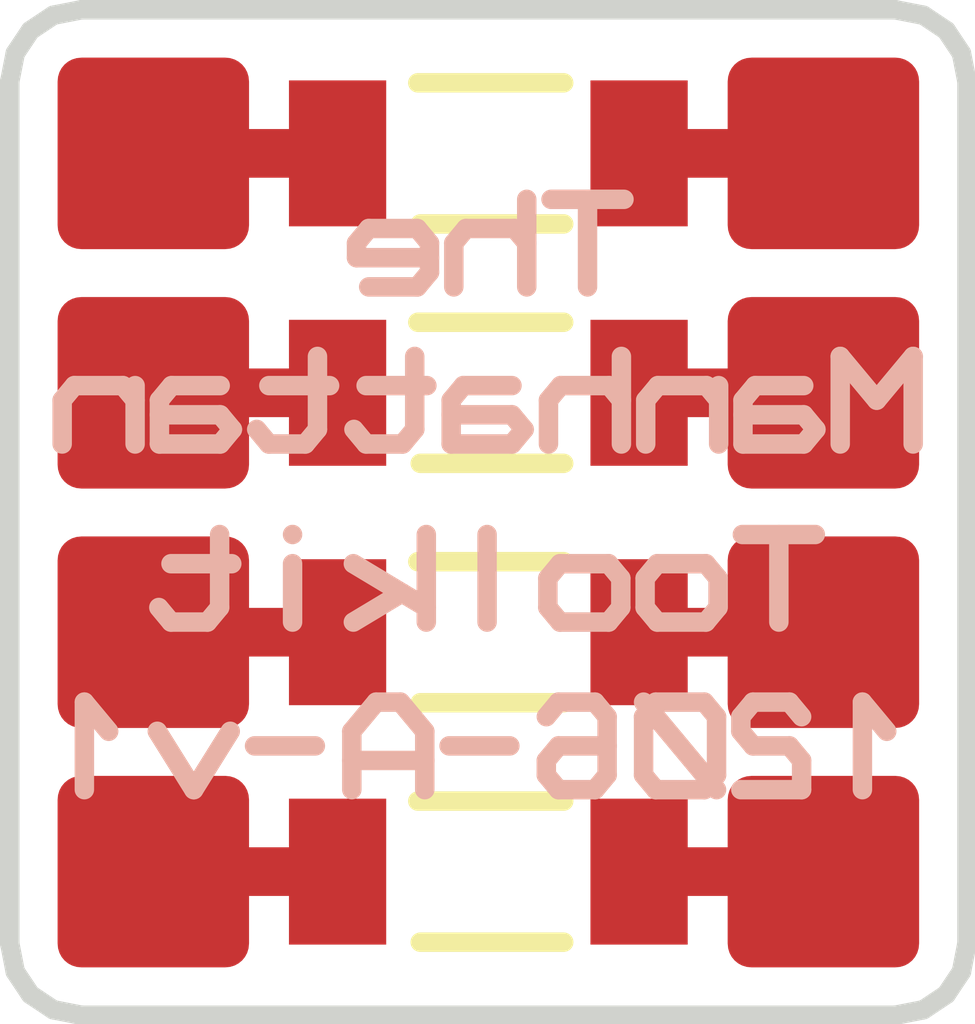
<source format=kicad_pcb>
(kicad_pcb (version 4) (generator "gerbview") (generator_version "8.0")

  (layers 
    (0 F.Cu signal)
    (31 B.Cu signal)
    (32 B.Adhes user)
    (33 F.Adhes user)
    (34 B.Paste user)
    (35 F.Paste user)
    (36 B.SilkS user)
    (37 F.SilkS user)
    (38 B.Mask user)
    (39 F.Mask user)
    (40 Dwgs.User user)
    (41 Cmts.User user)
    (42 Eco1.User user)
    (43 Eco2.User user)
    (44 Edge.Cuts user)
  )

(gr_line (start 0 -0.75) (end 0 -9.75) (layer Edge.Cuts) (width 0.2032))
(gr_line (start 0.75 -10.5) (end 9.25 -10.5) (layer Edge.Cuts) (width 0.2032))
(gr_line (start 10 -9.75) (end 10 -0.75) (layer Edge.Cuts) (width 0.2032))
(gr_line (start 9.25 0) (end 0.75 0) (layer Edge.Cuts) (width 0.2032))
(gr_line (start 0 -9.75) (end 0.05786 -10.04516) (layer Edge.Cuts) (width 0.2032))
(gr_line (start 0.05786 -10.04516) (end 0.2168 -10.2832) (layer Edge.Cuts) (width 0.2032))
(gr_line (start 0.2168 -10.2832) (end 0.45483 -10.44214) (layer Edge.Cuts) (width 0.2032))
(gr_line (start 0.45483 -10.44214) (end 0.75 -10.5) (layer Edge.Cuts) (width 0.2032))
(gr_line (start 9.25 -10.5) (end 9.54516 -10.44214) (layer Edge.Cuts) (width 0.2032))
(gr_line (start 9.54516 -10.44214) (end 9.7832 -10.2832) (layer Edge.Cuts) (width 0.2032))
(gr_line (start 9.7832 -10.2832) (end 9.94214 -10.04516) (layer Edge.Cuts) (width 0.2032))
(gr_line (start 9.94214 -10.04516) (end 10 -9.75) (layer Edge.Cuts) (width 0.2032))
(gr_line (start 10 -0.75) (end 9.94214 -0.45483) (layer Edge.Cuts) (width 0.2032))
(gr_line (start 9.94214 -0.45483) (end 9.7832 -0.2168) (layer Edge.Cuts) (width 0.2032))
(gr_line (start 9.7832 -0.2168) (end 9.54516 -0.05786) (layer Edge.Cuts) (width 0.2032))
(gr_line (start 9.54516 -0.05786) (end 9.25 0) (layer Edge.Cuts) (width 0.2032))
(gr_line (start 0.75 0) (end 0.45483 -0.05786) (layer Edge.Cuts) (width 0.2032))
(gr_line (start 0.45483 -0.05786) (end 0.2168 -0.2168) (layer Edge.Cuts) (width 0.2032))
(gr_line (start 0.2168 -0.2168) (end 0.05786 -0.45483) (layer Edge.Cuts) (width 0.2032))
(gr_line (start 0.05786 -0.45483) (end 0 -0.75) (layer Edge.Cuts) (width 0.2032))
(gr_line (start 4.2632 -9.7366) (end 5.7872 -9.7366) (layer F.SilkS) (width 0.2032))
(gr_line (start 4.2886 -8.2634) (end 5.7872 -8.2634) (layer F.SilkS) (width 0.2032))
(gr_line (start 4.2632 -7.2366) (end 5.7872 -7.2366) (layer F.SilkS) (width 0.2032))
(gr_line (start 4.2886 -5.7634) (end 5.7872 -5.7634) (layer F.SilkS) (width 0.2032))
(gr_line (start 4.2632 -4.7366) (end 5.7872 -4.7366) (layer F.SilkS) (width 0.2032))
(gr_line (start 4.2886 -3.2634) (end 5.7872 -3.2634) (layer F.SilkS) (width 0.2032))
(gr_line (start 4.2632 -2.2366) (end 5.7872 -2.2366) (layer F.SilkS) (width 0.2032))
(gr_line (start 4.2886 -0.7634) (end 5.7872 -0.7634) (layer F.SilkS) (width 0.2032))
(gr_poly (pts  (xy 2.30112 -8.00497) (xy 2.34839 -8.01929) (xy 2.3909 -8.04202)
 (xy 2.42773 -8.07227) (xy 2.45797 -8.1091) (xy 2.48071 -8.15161) (xy 2.49503 -8.19888)
 (xy 2.5 -8.25) (xy 2.5 -9.75) (xy 2.49503 -9.80112) (xy 2.48071 -9.84839)
 (xy 2.45797 -9.8909) (xy 2.42773 -9.92773) (xy 2.3909 -9.95798) (xy 2.34839 -9.98071)
 (xy 2.30112 -9.99503) (xy 2.25 -10) (xy 0.75 -10) (xy 0.69888 -9.99503)
 (xy 0.65161 -9.98071) (xy 0.6091 -9.95798) (xy 0.57227 -9.92773) (xy 0.54203 -9.8909)
 (xy 0.51929 -9.84839) (xy 0.50497 -9.80112) (xy 0.5 -9.75) (xy 0.5 -8.25)
 (xy 0.50497 -8.19888) (xy 0.51929 -8.15161) (xy 0.54203 -8.1091) (xy 0.57227 -8.07227)
 (xy 0.6091 -8.04202) (xy 0.65161 -8.01929) (xy 0.69888 -8.00497) (xy 0.75 -8)
 (xy 2.25 -8))(layer F.Mask) (width 0) )
(gr_poly (pts  (xy 2.30112 -5.50497) (xy 2.34839 -5.51929) (xy 2.3909 -5.54202)
 (xy 2.42773 -5.57227) (xy 2.45797 -5.6091) (xy 2.48071 -5.65161) (xy 2.49503 -5.69888)
 (xy 2.5 -5.75) (xy 2.5 -7.25) (xy 2.49503 -7.30112) (xy 2.48071 -7.34839)
 (xy 2.45797 -7.3909) (xy 2.42773 -7.42773) (xy 2.3909 -7.45798) (xy 2.34839 -7.48071)
 (xy 2.30112 -7.49503) (xy 2.25 -7.5) (xy 0.75 -7.5) (xy 0.69888 -7.49503)
 (xy 0.65161 -7.48071) (xy 0.6091 -7.45798) (xy 0.57227 -7.42773) (xy 0.54203 -7.3909)
 (xy 0.51929 -7.34839) (xy 0.50497 -7.30112) (xy 0.5 -7.25) (xy 0.5 -5.75)
 (xy 0.50497 -5.69888) (xy 0.51929 -5.65161) (xy 0.54203 -5.6091) (xy 0.57227 -5.57227)
 (xy 0.6091 -5.54202) (xy 0.65161 -5.51929) (xy 0.69888 -5.50497) (xy 0.75 -5.5)
 (xy 2.25 -5.5))(layer F.Mask) (width 0) )
(gr_poly (pts  (xy 2.30112 -3.00497) (xy 2.34839 -3.01929) (xy 2.3909 -3.04202)
 (xy 2.42773 -3.07227) (xy 2.45797 -3.1091) (xy 2.48071 -3.15161) (xy 2.49503 -3.19888)
 (xy 2.5 -3.25) (xy 2.5 -4.75) (xy 2.49503 -4.80112) (xy 2.48071 -4.84839)
 (xy 2.45797 -4.8909) (xy 2.42773 -4.92773) (xy 2.3909 -4.95798) (xy 2.34839 -4.98071)
 (xy 2.30112 -4.99503) (xy 2.25 -5) (xy 0.75 -5) (xy 0.69888 -4.99503)
 (xy 0.65161 -4.98071) (xy 0.6091 -4.95798) (xy 0.57227 -4.92773) (xy 0.54203 -4.8909)
 (xy 0.51929 -4.84839) (xy 0.50497 -4.80112) (xy 0.5 -4.75) (xy 0.5 -3.25)
 (xy 0.50497 -3.19888) (xy 0.51929 -3.15161) (xy 0.54203 -3.1091) (xy 0.57227 -3.07227)
 (xy 0.6091 -3.04202) (xy 0.65161 -3.01929) (xy 0.69888 -3.00497) (xy 0.75 -3)
 (xy 2.25 -3))(layer F.Mask) (width 0) )
(gr_poly (pts  (xy 2.30112 -0.50497) (xy 2.34839 -0.51929) (xy 2.3909 -0.54202)
 (xy 2.42773 -0.57227) (xy 2.45797 -0.6091) (xy 2.48071 -0.65161) (xy 2.49503 -0.69888)
 (xy 2.5 -0.75) (xy 2.5 -2.25) (xy 2.49503 -2.30112) (xy 2.48071 -2.34839)
 (xy 2.45797 -2.3909) (xy 2.42773 -2.42773) (xy 2.3909 -2.45798) (xy 2.34839 -2.48071)
 (xy 2.30112 -2.49503) (xy 2.25 -2.5) (xy 0.75 -2.5) (xy 0.69888 -2.49503)
 (xy 0.65161 -2.48071) (xy 0.6091 -2.45798) (xy 0.57227 -2.42773) (xy 0.54203 -2.3909)
 (xy 0.51929 -2.34839) (xy 0.50497 -2.30112) (xy 0.5 -2.25) (xy 0.5 -0.75)
 (xy 0.50497 -0.69888) (xy 0.51929 -0.65161) (xy 0.54203 -0.6091) (xy 0.57227 -0.57227)
 (xy 0.6091 -0.54202) (xy 0.65161 -0.51929) (xy 0.69888 -0.50497) (xy 0.75 -0.5)
 (xy 2.25 -0.5))(layer F.Mask) (width 0) )
(gr_poly (pts  (xy 9.30112 -0.50497) (xy 9.34839 -0.51929) (xy 9.3909 -0.54202)
 (xy 9.42773 -0.57227) (xy 9.45797 -0.6091) (xy 9.48071 -0.65161) (xy 9.49503 -0.69888)
 (xy 9.5 -0.75) (xy 9.5 -2.25) (xy 9.49503 -2.30112) (xy 9.48071 -2.34839)
 (xy 9.45797 -2.3909) (xy 9.42773 -2.42773) (xy 9.3909 -2.45798) (xy 9.34839 -2.48071)
 (xy 9.30112 -2.49503) (xy 9.25 -2.5) (xy 7.75 -2.5) (xy 7.69888 -2.49503)
 (xy 7.65161 -2.48071) (xy 7.6091 -2.45798) (xy 7.57227 -2.42773) (xy 7.54203 -2.3909)
 (xy 7.51929 -2.34839) (xy 7.50497 -2.30112) (xy 7.5 -2.25) (xy 7.5 -0.75)
 (xy 7.50497 -0.69888) (xy 7.51929 -0.65161) (xy 7.54203 -0.6091) (xy 7.57227 -0.57227)
 (xy 7.6091 -0.54202) (xy 7.65161 -0.51929) (xy 7.69888 -0.50497) (xy 7.75 -0.5)
 (xy 9.25 -0.5))(layer F.Mask) (width 0) )
(gr_poly (pts  (xy 9.30112 -3.00497) (xy 9.34839 -3.01929) (xy 9.3909 -3.04202)
 (xy 9.42773 -3.07227) (xy 9.45797 -3.1091) (xy 9.48071 -3.15161) (xy 9.49503 -3.19888)
 (xy 9.5 -3.25) (xy 9.5 -4.75) (xy 9.49503 -4.80112) (xy 9.48071 -4.84839)
 (xy 9.45797 -4.8909) (xy 9.42773 -4.92773) (xy 9.3909 -4.95798) (xy 9.34839 -4.98071)
 (xy 9.30112 -4.99503) (xy 9.25 -5) (xy 7.75 -5) (xy 7.69888 -4.99503)
 (xy 7.65161 -4.98071) (xy 7.6091 -4.95798) (xy 7.57227 -4.92773) (xy 7.54203 -4.8909)
 (xy 7.51929 -4.84839) (xy 7.50497 -4.80112) (xy 7.5 -4.75) (xy 7.5 -3.25)
 (xy 7.50497 -3.19888) (xy 7.51929 -3.15161) (xy 7.54203 -3.1091) (xy 7.57227 -3.07227)
 (xy 7.6091 -3.04202) (xy 7.65161 -3.01929) (xy 7.69888 -3.00497) (xy 7.75 -3)
 (xy 9.25 -3))(layer F.Mask) (width 0) )
(gr_poly (pts  (xy 9.30112 -5.50497) (xy 9.34839 -5.51929) (xy 9.3909 -5.54202)
 (xy 9.42773 -5.57227) (xy 9.45797 -5.6091) (xy 9.48071 -5.65161) (xy 9.49503 -5.69888)
 (xy 9.5 -5.75) (xy 9.5 -7.25) (xy 9.49503 -7.30112) (xy 9.48071 -7.34839)
 (xy 9.45797 -7.3909) (xy 9.42773 -7.42773) (xy 9.3909 -7.45798) (xy 9.34839 -7.48071)
 (xy 9.30112 -7.49503) (xy 9.25 -7.5) (xy 7.75 -7.5) (xy 7.69888 -7.49503)
 (xy 7.65161 -7.48071) (xy 7.6091 -7.45798) (xy 7.57227 -7.42773) (xy 7.54203 -7.3909)
 (xy 7.51929 -7.34839) (xy 7.50497 -7.30112) (xy 7.5 -7.25) (xy 7.5 -5.75)
 (xy 7.50497 -5.69888) (xy 7.51929 -5.65161) (xy 7.54203 -5.6091) (xy 7.57227 -5.57227)
 (xy 7.6091 -5.54202) (xy 7.65161 -5.51929) (xy 7.69888 -5.50497) (xy 7.75 -5.5)
 (xy 9.25 -5.5))(layer F.Mask) (width 0) )
(gr_poly (pts  (xy 9.30112 -8.00497) (xy 9.34839 -8.01929) (xy 9.3909 -8.04202)
 (xy 9.42773 -8.07227) (xy 9.45797 -8.1091) (xy 9.48071 -8.15161) (xy 9.49503 -8.19888)
 (xy 9.5 -8.25) (xy 9.5 -9.75) (xy 9.49503 -9.80112) (xy 9.48071 -9.84839)
 (xy 9.45797 -9.8909) (xy 9.42773 -9.92773) (xy 9.3909 -9.95798) (xy 9.34839 -9.98071)
 (xy 9.30112 -9.99503) (xy 9.25 -10) (xy 7.75 -10) (xy 7.69888 -9.99503)
 (xy 7.65161 -9.98071) (xy 7.6091 -9.95798) (xy 7.57227 -9.92773) (xy 7.54203 -9.8909)
 (xy 7.51929 -9.84839) (xy 7.50497 -9.80112) (xy 7.5 -9.75) (xy 7.5 -8.25)
 (xy 7.50497 -8.19888) (xy 7.51929 -8.15161) (xy 7.54203 -8.1091) (xy 7.57227 -8.07227)
 (xy 7.6091 -8.04202) (xy 7.65161 -8.01929) (xy 7.69888 -8.00497) (xy 7.75 -8)
 (xy 9.25 -8))(layer F.Mask) (width 0) )
(gr_poly (pts  (xy 3.94598 -8.17576) (xy 3.95799 -8.1794) (xy 3.96878 -8.18518)
 (xy 3.97814 -8.19286) (xy 3.98582 -8.20222) (xy 3.9916 -8.21301) (xy 3.99524 -8.22502)
 (xy 3.9965 -8.238) (xy 3.9965 -9.762) (xy 3.99524 -9.77498) (xy 3.9916 -9.78699)
 (xy 3.98582 -9.79778) (xy 3.97814 -9.80714) (xy 3.96878 -9.81482) (xy 3.95799 -9.8206)
 (xy 3.94598 -9.82424) (xy 3.933 -9.8255) (xy 2.917 -9.8255) (xy 2.90402 -9.82424)
 (xy 2.89201 -9.8206) (xy 2.88122 -9.81482) (xy 2.87186 -9.80714) (xy 2.86418 -9.79778)
 (xy 2.8584 -9.78699) (xy 2.85476 -9.77498) (xy 2.8535 -9.762) (xy 2.8535 -8.238)
 (xy 2.85476 -8.22502) (xy 2.8584 -8.21301) (xy 2.86418 -8.20222) (xy 2.87186 -8.19286)
 (xy 2.88122 -8.18518) (xy 2.89201 -8.1794) (xy 2.90402 -8.17576) (xy 2.917 -8.1745)
 (xy 3.933 -8.1745))(layer F.Mask) (width 0) )
(gr_poly (pts  (xy 7.09558 -8.17576) (xy 7.10759 -8.1794) (xy 7.11838 -8.18518)
 (xy 7.12774 -8.19286) (xy 7.13542 -8.20222) (xy 7.1412 -8.21301) (xy 7.14484 -8.22502)
 (xy 7.1461 -8.238) (xy 7.1461 -9.762) (xy 7.14484 -9.77498) (xy 7.1412 -9.78699)
 (xy 7.13542 -9.79778) (xy 7.12774 -9.80714) (xy 7.11838 -9.81482) (xy 7.10759 -9.8206)
 (xy 7.09558 -9.82424) (xy 7.0826 -9.8255) (xy 6.0666 -9.8255) (xy 6.05362 -9.82424)
 (xy 6.04161 -9.8206) (xy 6.03082 -9.81482) (xy 6.02146 -9.80714) (xy 6.01378 -9.79778)
 (xy 6.008 -9.78699) (xy 6.00436 -9.77498) (xy 6.0031 -9.762) (xy 6.0031 -8.238)
 (xy 6.00436 -8.22502) (xy 6.008 -8.21301) (xy 6.01378 -8.20222) (xy 6.02146 -8.19286)
 (xy 6.03082 -8.18518) (xy 6.04161 -8.1794) (xy 6.05362 -8.17576) (xy 6.0666 -8.1745)
 (xy 7.0826 -8.1745))(layer F.Mask) (width 0) )
(gr_poly (pts  (xy 3.94598 -5.67576) (xy 3.95799 -5.6794) (xy 3.96878 -5.68518)
 (xy 3.97814 -5.69286) (xy 3.98582 -5.70222) (xy 3.9916 -5.71301) (xy 3.99524 -5.72502)
 (xy 3.9965 -5.738) (xy 3.9965 -7.262) (xy 3.99524 -7.27498) (xy 3.9916 -7.28699)
 (xy 3.98582 -7.29778) (xy 3.97814 -7.30714) (xy 3.96878 -7.31482) (xy 3.95799 -7.3206)
 (xy 3.94598 -7.32424) (xy 3.933 -7.3255) (xy 2.917 -7.3255) (xy 2.90402 -7.32424)
 (xy 2.89201 -7.3206) (xy 2.88122 -7.31482) (xy 2.87186 -7.30714) (xy 2.86418 -7.29778)
 (xy 2.8584 -7.28699) (xy 2.85476 -7.27498) (xy 2.8535 -7.262) (xy 2.8535 -5.738)
 (xy 2.85476 -5.72502) (xy 2.8584 -5.71301) (xy 2.86418 -5.70222) (xy 2.87186 -5.69286)
 (xy 2.88122 -5.68518) (xy 2.89201 -5.6794) (xy 2.90402 -5.67576) (xy 2.917 -5.6745)
 (xy 3.933 -5.6745))(layer F.Mask) (width 0) )
(gr_poly (pts  (xy 7.09558 -5.67576) (xy 7.10759 -5.6794) (xy 7.11838 -5.68518)
 (xy 7.12774 -5.69286) (xy 7.13542 -5.70222) (xy 7.1412 -5.71301) (xy 7.14484 -5.72502)
 (xy 7.1461 -5.738) (xy 7.1461 -7.262) (xy 7.14484 -7.27498) (xy 7.1412 -7.28699)
 (xy 7.13542 -7.29778) (xy 7.12774 -7.30714) (xy 7.11838 -7.31482) (xy 7.10759 -7.3206)
 (xy 7.09558 -7.32424) (xy 7.0826 -7.3255) (xy 6.0666 -7.3255) (xy 6.05362 -7.32424)
 (xy 6.04161 -7.3206) (xy 6.03082 -7.31482) (xy 6.02146 -7.30714) (xy 6.01378 -7.29778)
 (xy 6.008 -7.28699) (xy 6.00436 -7.27498) (xy 6.0031 -7.262) (xy 6.0031 -5.738)
 (xy 6.00436 -5.72502) (xy 6.008 -5.71301) (xy 6.01378 -5.70222) (xy 6.02146 -5.69286)
 (xy 6.03082 -5.68518) (xy 6.04161 -5.6794) (xy 6.05362 -5.67576) (xy 6.0666 -5.6745)
 (xy 7.0826 -5.6745))(layer F.Mask) (width 0) )
(gr_poly (pts  (xy 3.94598 -3.17576) (xy 3.95799 -3.1794) (xy 3.96878 -3.18518)
 (xy 3.97814 -3.19286) (xy 3.98582 -3.20222) (xy 3.9916 -3.21301) (xy 3.99524 -3.22502)
 (xy 3.9965 -3.238) (xy 3.9965 -4.762) (xy 3.99524 -4.77498) (xy 3.9916 -4.78699)
 (xy 3.98582 -4.79778) (xy 3.97814 -4.80714) (xy 3.96878 -4.81482) (xy 3.95799 -4.8206)
 (xy 3.94598 -4.82424) (xy 3.933 -4.8255) (xy 2.917 -4.8255) (xy 2.90402 -4.82424)
 (xy 2.89201 -4.8206) (xy 2.88122 -4.81482) (xy 2.87186 -4.80714) (xy 2.86418 -4.79778)
 (xy 2.8584 -4.78699) (xy 2.85476 -4.77498) (xy 2.8535 -4.762) (xy 2.8535 -3.238)
 (xy 2.85476 -3.22502) (xy 2.8584 -3.21301) (xy 2.86418 -3.20222) (xy 2.87186 -3.19286)
 (xy 2.88122 -3.18518) (xy 2.89201 -3.1794) (xy 2.90402 -3.17576) (xy 2.917 -3.1745)
 (xy 3.933 -3.1745))(layer F.Mask) (width 0) )
(gr_poly (pts  (xy 7.09558 -3.17576) (xy 7.10759 -3.1794) (xy 7.11838 -3.18518)
 (xy 7.12774 -3.19286) (xy 7.13542 -3.20222) (xy 7.1412 -3.21301) (xy 7.14484 -3.22502)
 (xy 7.1461 -3.238) (xy 7.1461 -4.762) (xy 7.14484 -4.77498) (xy 7.1412 -4.78699)
 (xy 7.13542 -4.79778) (xy 7.12774 -4.80714) (xy 7.11838 -4.81482) (xy 7.10759 -4.8206)
 (xy 7.09558 -4.82424) (xy 7.0826 -4.8255) (xy 6.0666 -4.8255) (xy 6.05362 -4.82424)
 (xy 6.04161 -4.8206) (xy 6.03082 -4.81482) (xy 6.02146 -4.80714) (xy 6.01378 -4.79778)
 (xy 6.008 -4.78699) (xy 6.00436 -4.77498) (xy 6.0031 -4.762) (xy 6.0031 -3.238)
 (xy 6.00436 -3.22502) (xy 6.008 -3.21301) (xy 6.01378 -3.20222) (xy 6.02146 -3.19286)
 (xy 6.03082 -3.18518) (xy 6.04161 -3.1794) (xy 6.05362 -3.17576) (xy 6.0666 -3.1745)
 (xy 7.0826 -3.1745))(layer F.Mask) (width 0) )
(gr_poly (pts  (xy 3.94598 -0.67576) (xy 3.95799 -0.6794) (xy 3.96878 -0.68518)
 (xy 3.97814 -0.69286) (xy 3.98582 -0.70222) (xy 3.9916 -0.71301) (xy 3.99524 -0.72502)
 (xy 3.9965 -0.738) (xy 3.9965 -2.262) (xy 3.99524 -2.27498) (xy 3.9916 -2.28699)
 (xy 3.98582 -2.29778) (xy 3.97814 -2.30714) (xy 3.96878 -2.31482) (xy 3.95799 -2.3206)
 (xy 3.94598 -2.32424) (xy 3.933 -2.3255) (xy 2.917 -2.3255) (xy 2.90402 -2.32424)
 (xy 2.89201 -2.3206) (xy 2.88122 -2.31482) (xy 2.87186 -2.30714) (xy 2.86418 -2.29778)
 (xy 2.8584 -2.28699) (xy 2.85476 -2.27498) (xy 2.8535 -2.262) (xy 2.8535 -0.738)
 (xy 2.85476 -0.72502) (xy 2.8584 -0.71301) (xy 2.86418 -0.70222) (xy 2.87186 -0.69286)
 (xy 2.88122 -0.68518) (xy 2.89201 -0.6794) (xy 2.90402 -0.67576) (xy 2.917 -0.6745)
 (xy 3.933 -0.6745))(layer F.Mask) (width 0) )
(gr_poly (pts  (xy 7.09558 -0.67576) (xy 7.10759 -0.6794) (xy 7.11838 -0.68518)
 (xy 7.12774 -0.69286) (xy 7.13542 -0.70222) (xy 7.1412 -0.71301) (xy 7.14484 -0.72502)
 (xy 7.1461 -0.738) (xy 7.1461 -2.262) (xy 7.14484 -2.27498) (xy 7.1412 -2.28699)
 (xy 7.13542 -2.29778) (xy 7.12774 -2.30714) (xy 7.11838 -2.31482) (xy 7.10759 -2.3206)
 (xy 7.09558 -2.32424) (xy 7.0826 -2.3255) (xy 6.0666 -2.3255) (xy 6.05362 -2.32424)
 (xy 6.04161 -2.3206) (xy 6.03082 -2.31482) (xy 6.02146 -2.30714) (xy 6.01378 -2.29778)
 (xy 6.008 -2.28699) (xy 6.00436 -2.27498) (xy 6.0031 -2.262) (xy 6.0031 -0.738)
 (xy 6.00436 -0.72502) (xy 6.008 -0.71301) (xy 6.01378 -0.70222) (xy 6.02146 -0.69286)
 (xy 6.03082 -0.68518) (xy 6.04161 -0.6794) (xy 6.05362 -0.67576) (xy 6.0666 -0.6745)
 (xy 7.0826 -0.6745))(layer F.Mask) (width 0) )
(gr_line (start 8.41569 -5.02018) (end 7.65369 -5.02018) (layer B.SilkS) (width 0.2032))
(gr_line (start 8.03469 -5.02018) (end 8.03469 -4.10578) (layer B.SilkS) (width 0.2032))
(gr_line (start 7.39969 -4.56298) (end 7.27269 -4.71538) (layer B.SilkS) (width 0.2032))
(gr_line (start 7.27269 -4.71538) (end 6.76469 -4.71538) (layer B.SilkS) (width 0.2032))
(gr_line (start 6.76469 -4.71538) (end 6.63769 -4.56298) (layer B.SilkS) (width 0.2032))
(gr_line (start 6.63769 -4.56298) (end 6.63769 -4.25818) (layer B.SilkS) (width 0.2032))
(gr_line (start 6.63769 -4.25818) (end 6.76469 -4.10578) (layer B.SilkS) (width 0.2032))
(gr_line (start 6.76469 -4.10578) (end 7.27269 -4.10578) (layer B.SilkS) (width 0.2032))
(gr_line (start 7.27269 -4.10578) (end 7.39969 -4.25818) (layer B.SilkS) (width 0.2032))
(gr_line (start 7.39969 -4.25818) (end 7.39969 -4.56298) (layer B.SilkS) (width 0.2032))
(gr_line (start 6.38369 -4.56298) (end 6.25669 -4.71538) (layer B.SilkS) (width 0.2032))
(gr_line (start 6.25669 -4.71538) (end 5.74869 -4.71538) (layer B.SilkS) (width 0.2032))
(gr_line (start 5.74869 -4.71538) (end 5.62169 -4.56298) (layer B.SilkS) (width 0.2032))
(gr_line (start 5.62169 -4.56298) (end 5.62169 -4.25818) (layer B.SilkS) (width 0.2032))
(gr_line (start 5.62169 -4.25818) (end 5.74869 -4.10578) (layer B.SilkS) (width 0.2032))
(gr_line (start 5.74869 -4.10578) (end 6.25669 -4.10578) (layer B.SilkS) (width 0.2032))
(gr_line (start 6.25669 -4.10578) (end 6.38369 -4.25818) (layer B.SilkS) (width 0.2032))
(gr_line (start 6.38369 -4.25818) (end 6.38369 -4.56298) (layer B.SilkS) (width 0.2032))
(gr_line (start 4.98669 -5.02018) (end 4.98669 -4.10578) (layer B.SilkS) (width 0.2032))
(gr_line (start 4.35169 -5.02018) (end 4.35169 -4.10578) (layer B.SilkS) (width 0.2032))
(gr_line (start 4.35169 -4.25818) (end 3.58969 -4.71538) (layer B.SilkS) (width 0.2032))
(gr_line (start 4.09769 -4.41058) (end 3.58969 -4.10578) (layer B.SilkS) (width 0.2032))
(gr_line (start 2.95469 -4.71538) (end 2.95469 -4.10578) (layer B.SilkS) (width 0.2032))
(gr_line (start 2.95469 -5.02018) (end 2.95469 -5.02018) (layer B.SilkS) (width 0.2032))
(gr_line (start 2.19269 -5.02018) (end 2.19269 -4.25818) (layer B.SilkS) (width 0.2032))
(gr_line (start 2.19269 -4.25818) (end 2.06569 -4.10578) (layer B.SilkS) (width 0.2032))
(gr_line (start 2.06569 -4.10578) (end 1.68469 -4.10578) (layer B.SilkS) (width 0.2032))
(gr_line (start 1.68469 -4.10578) (end 1.55769 -4.25818) (layer B.SilkS) (width 0.2032))
(gr_line (start 2.31969 -4.71538) (end 1.68469 -4.71538) (layer B.SilkS) (width 0.2032))
(gr_line (start 9.4379 -5.96536) (end 9.4379 -6.87976) (layer B.SilkS) (width 0.2032))
(gr_line (start 9.4379 -6.87976) (end 9.0569 -6.42256) (layer B.SilkS) (width 0.2032))
(gr_line (start 9.0569 -6.42256) (end 8.6759 -6.87976) (layer B.SilkS) (width 0.2032))
(gr_line (start 8.6759 -6.87976) (end 8.6759 -5.96536) (layer B.SilkS) (width 0.2032))
(gr_line (start 8.2949 -6.57496) (end 7.7869 -6.57496) (layer B.SilkS) (width 0.2032))
(gr_line (start 7.7869 -6.57496) (end 7.6599 -6.42256) (layer B.SilkS) (width 0.2032))
(gr_line (start 7.6599 -6.42256) (end 7.6599 -5.96536) (layer B.SilkS) (width 0.2032))
(gr_line (start 7.6599 -5.96536) (end 8.2949 -5.96536) (layer B.SilkS) (width 0.2032))
(gr_line (start 8.2949 -5.96536) (end 8.4219 -6.11776) (layer B.SilkS) (width 0.2032))
(gr_line (start 8.4219 -6.11776) (end 8.2949 -6.27016) (layer B.SilkS) (width 0.2032))
(gr_line (start 8.2949 -6.27016) (end 7.6599 -6.27016) (layer B.SilkS) (width 0.2032))
(gr_line (start 7.4059 -5.96536) (end 7.4059 -6.57496) (layer B.SilkS) (width 0.2032))
(gr_line (start 7.4059 -6.42256) (end 7.2789 -6.57496) (layer B.SilkS) (width 0.2032))
(gr_line (start 7.2789 -6.57496) (end 6.7709 -6.57496) (layer B.SilkS) (width 0.2032))
(gr_line (start 6.7709 -6.57496) (end 6.6439 -6.42256) (layer B.SilkS) (width 0.2032))
(gr_line (start 6.6439 -6.42256) (end 6.6439 -5.96536) (layer B.SilkS) (width 0.2032))
(gr_line (start 5.6279 -5.96536) (end 5.6279 -6.42256) (layer B.SilkS) (width 0.2032))
(gr_line (start 5.6279 -6.42256) (end 5.7549 -6.57496) (layer B.SilkS) (width 0.2032))
(gr_line (start 5.7549 -6.57496) (end 6.2629 -6.57496) (layer B.SilkS) (width 0.2032))
(gr_line (start 6.2629 -6.57496) (end 6.3899 -6.42256) (layer B.SilkS) (width 0.2032))
(gr_line (start 6.3899 -6.87976) (end 6.3899 -5.96536) (layer B.SilkS) (width 0.2032))
(gr_line (start 5.2469 -6.57496) (end 4.7389 -6.57496) (layer B.SilkS) (width 0.2032))
(gr_line (start 4.7389 -6.57496) (end 4.6119 -6.42256) (layer B.SilkS) (width 0.2032))
(gr_line (start 4.6119 -6.42256) (end 4.6119 -5.96536) (layer B.SilkS) (width 0.2032))
(gr_line (start 4.6119 -5.96536) (end 5.2469 -5.96536) (layer B.SilkS) (width 0.2032))
(gr_line (start 5.2469 -5.96536) (end 5.3739 -6.11776) (layer B.SilkS) (width 0.2032))
(gr_line (start 5.3739 -6.11776) (end 5.2469 -6.27016) (layer B.SilkS) (width 0.2032))
(gr_line (start 5.2469 -6.27016) (end 4.6119 -6.27016) (layer B.SilkS) (width 0.2032))
(gr_line (start 4.2309 -6.87976) (end 4.2309 -6.11776) (layer B.SilkS) (width 0.2032))
(gr_line (start 4.2309 -6.11776) (end 4.1039 -5.96536) (layer B.SilkS) (width 0.2032))
(gr_line (start 4.1039 -5.96536) (end 3.7229 -5.96536) (layer B.SilkS) (width 0.2032))
(gr_line (start 3.7229 -5.96536) (end 3.5959 -6.11776) (layer B.SilkS) (width 0.2032))
(gr_line (start 4.3579 -6.57496) (end 3.7229 -6.57496) (layer B.SilkS) (width 0.2032))
(gr_line (start 3.2149 -6.87976) (end 3.2149 -6.11776) (layer B.SilkS) (width 0.2032))
(gr_line (start 3.2149 -6.11776) (end 3.0879 -5.96536) (layer B.SilkS) (width 0.2032))
(gr_line (start 3.0879 -5.96536) (end 2.7069 -5.96536) (layer B.SilkS) (width 0.2032))
(gr_line (start 2.7069 -5.96536) (end 2.5799 -6.11776) (layer B.SilkS) (width 0.2032))
(gr_line (start 3.3419 -6.57496) (end 2.7069 -6.57496) (layer B.SilkS) (width 0.2032))
(gr_line (start 2.1989 -6.57496) (end 1.6909 -6.57496) (layer B.SilkS) (width 0.2032))
(gr_line (start 1.6909 -6.57496) (end 1.5639 -6.42256) (layer B.SilkS) (width 0.2032))
(gr_line (start 1.5639 -6.42256) (end 1.5639 -5.96536) (layer B.SilkS) (width 0.2032))
(gr_line (start 1.5639 -5.96536) (end 2.1989 -5.96536) (layer B.SilkS) (width 0.2032))
(gr_line (start 2.1989 -5.96536) (end 2.3259 -6.11776) (layer B.SilkS) (width 0.2032))
(gr_line (start 2.3259 -6.11776) (end 2.1989 -6.27016) (layer B.SilkS) (width 0.2032))
(gr_line (start 2.1989 -6.27016) (end 1.5639 -6.27016) (layer B.SilkS) (width 0.2032))
(gr_line (start 1.3099 -5.96536) (end 1.3099 -6.57496) (layer B.SilkS) (width 0.2032))
(gr_line (start 1.3099 -6.42256) (end 1.1829 -6.57496) (layer B.SilkS) (width 0.2032))
(gr_line (start 1.1829 -6.57496) (end 0.6749 -6.57496) (layer B.SilkS) (width 0.2032))
(gr_line (start 0.6749 -6.57496) (end 0.5479 -6.42256) (layer B.SilkS) (width 0.2032))
(gr_line (start 0.5479 -6.42256) (end 0.5479 -5.96536) (layer B.SilkS) (width 0.2032))
(gr_line (start 6.41698 -8.52018) (end 5.65498 -8.52018) (layer B.SilkS) (width 0.2032))
(gr_line (start 6.03598 -8.52018) (end 6.03598 -7.60578) (layer B.SilkS) (width 0.2032))
(gr_line (start 4.63898 -7.60578) (end 4.63898 -8.06298) (layer B.SilkS) (width 0.2032))
(gr_line (start 4.63898 -8.06298) (end 4.76598 -8.21538) (layer B.SilkS) (width 0.2032))
(gr_line (start 4.76598 -8.21538) (end 5.27398 -8.21538) (layer B.SilkS) (width 0.2032))
(gr_line (start 5.27398 -8.21538) (end 5.40098 -8.06298) (layer B.SilkS) (width 0.2032))
(gr_line (start 5.40098 -8.52018) (end 5.40098 -7.60578) (layer B.SilkS) (width 0.2032))
(gr_line (start 4.38498 -7.91058) (end 3.62298 -7.91058) (layer B.SilkS) (width 0.2032))
(gr_line (start 3.62298 -7.91058) (end 3.62298 -8.06298) (layer B.SilkS) (width 0.2032))
(gr_line (start 3.62298 -8.06298) (end 3.74998 -8.21538) (layer B.SilkS) (width 0.2032))
(gr_line (start 3.74998 -8.21538) (end 4.25798 -8.21538) (layer B.SilkS) (width 0.2032))
(gr_line (start 4.25798 -8.21538) (end 4.38498 -8.06298) (layer B.SilkS) (width 0.2032))
(gr_line (start 4.38498 -8.06298) (end 4.38498 -7.75818) (layer B.SilkS) (width 0.2032))
(gr_line (start 4.38498 -7.75818) (end 4.25798 -7.60578) (layer B.SilkS) (width 0.2032))
(gr_line (start 4.25798 -7.60578) (end 3.74998 -7.60578) (layer B.SilkS) (width 0.2032))
(gr_line (start 9.16169 -2.96538) (end 8.90769 -3.27018) (layer B.SilkS) (width 0.2032))
(gr_line (start 8.90769 -3.27018) (end 8.90769 -2.35578) (layer B.SilkS) (width 0.2032))
(gr_line (start 8.27269 -3.11778) (end 8.14569 -3.27018) (layer B.SilkS) (width 0.2032))
(gr_line (start 8.14569 -3.27018) (end 7.76469 -3.27018) (layer B.SilkS) (width 0.2032))
(gr_line (start 7.76469 -3.27018) (end 7.63769 -3.11778) (layer B.SilkS) (width 0.2032))
(gr_line (start 7.63769 -3.11778) (end 7.63769 -2.96538) (layer B.SilkS) (width 0.2032))
(gr_line (start 7.63769 -2.96538) (end 7.76469 -2.81298) (layer B.SilkS) (width 0.2032))
(gr_line (start 7.76469 -2.81298) (end 8.14569 -2.81298) (layer B.SilkS) (width 0.2032))
(gr_line (start 8.14569 -2.81298) (end 8.27269 -2.66058) (layer B.SilkS) (width 0.2032))
(gr_line (start 8.27269 -2.66058) (end 8.27269 -2.35578) (layer B.SilkS) (width 0.2032))
(gr_line (start 8.27269 -2.35578) (end 7.63769 -2.35578) (layer B.SilkS) (width 0.2032))
(gr_line (start 7.38369 -2.50818) (end 7.38369 -3.11778) (layer B.SilkS) (width 0.2032))
(gr_line (start 7.38369 -3.11778) (end 7.25669 -3.27018) (layer B.SilkS) (width 0.2032))
(gr_line (start 7.25669 -3.27018) (end 6.74869 -3.27018) (layer B.SilkS) (width 0.2032))
(gr_line (start 6.74869 -3.27018) (end 6.62169 -3.11778) (layer B.SilkS) (width 0.2032))
(gr_line (start 6.62169 -3.11778) (end 6.62169 -2.50818) (layer B.SilkS) (width 0.2032))
(gr_line (start 6.62169 -2.50818) (end 6.74869 -2.35578) (layer B.SilkS) (width 0.2032))
(gr_line (start 6.74869 -2.35578) (end 7.25669 -2.35578) (layer B.SilkS) (width 0.2032))
(gr_line (start 7.25669 -2.35578) (end 7.38369 -2.50818) (layer B.SilkS) (width 0.2032))
(gr_line (start 7.38369 -2.35578) (end 6.62169 -3.27018) (layer B.SilkS) (width 0.2032))
(gr_line (start 5.60569 -3.11778) (end 5.73269 -3.27018) (layer B.SilkS) (width 0.2032))
(gr_line (start 5.73269 -3.27018) (end 6.11369 -3.27018) (layer B.SilkS) (width 0.2032))
(gr_line (start 6.11369 -3.27018) (end 6.24069 -3.11778) (layer B.SilkS) (width 0.2032))
(gr_line (start 6.24069 -3.11778) (end 6.24069 -2.50818) (layer B.SilkS) (width 0.2032))
(gr_line (start 6.24069 -2.50818) (end 6.11369 -2.35578) (layer B.SilkS) (width 0.2032))
(gr_line (start 6.11369 -2.35578) (end 5.73269 -2.35578) (layer B.SilkS) (width 0.2032))
(gr_line (start 5.73269 -2.35578) (end 5.60569 -2.50818) (layer B.SilkS) (width 0.2032))
(gr_line (start 5.60569 -2.50818) (end 5.60569 -2.66058) (layer B.SilkS) (width 0.2032))
(gr_line (start 5.60569 -2.66058) (end 5.73269 -2.81298) (layer B.SilkS) (width 0.2032))
(gr_line (start 5.73269 -2.81298) (end 6.24069 -2.81298) (layer B.SilkS) (width 0.2032))
(gr_line (start 5.22469 -2.81298) (end 4.58969 -2.81298) (layer B.SilkS) (width 0.2032))
(gr_line (start 4.33569 -2.35578) (end 4.33569 -2.96538) (layer B.SilkS) (width 0.2032))
(gr_line (start 4.33569 -2.96538) (end 4.08169 -3.27018) (layer B.SilkS) (width 0.2032))
(gr_line (start 4.08169 -3.27018) (end 3.82769 -3.27018) (layer B.SilkS) (width 0.2032))
(gr_line (start 3.82769 -3.27018) (end 3.57369 -2.96538) (layer B.SilkS) (width 0.2032))
(gr_line (start 3.57369 -2.96538) (end 3.57369 -2.35578) (layer B.SilkS) (width 0.2032))
(gr_line (start 4.33569 -2.66058) (end 3.57369 -2.66058) (layer B.SilkS) (width 0.2032))
(gr_line (start 3.19269 -2.81298) (end 2.55769 -2.81298) (layer B.SilkS) (width 0.2032))
(gr_line (start 2.30369 -2.96538) (end 1.92269 -2.35578) (layer B.SilkS) (width 0.2032))
(gr_line (start 1.92269 -2.35578) (end 1.54169 -2.96538) (layer B.SilkS) (width 0.2032))
(gr_line (start 1.03369 -2.96538) (end 0.77969 -3.27018) (layer B.SilkS) (width 0.2032))
(gr_line (start 0.77969 -3.27018) (end 0.77969 -2.35578) (layer B.SilkS) (width 0.2032))
(segment (start 1.5 -4.2728) (end 1.5 -4) (width 0.381) (layer F.Cu) (net 0))
(segment (start 3.425 -9) (end 1.5 -9) (width 0.508) (layer F.Cu) (net 0))
(segment (start 3.425 -6.5) (end 1.5 -6.5) (width 0.508) (layer F.Cu) (net 0))
(segment (start 3.425 -4) (end 1.5 -4) (width 0.508) (layer F.Cu) (net 0))
(segment (start 3.425 -1.5) (end 1.5 -1.5) (width 0.508) (layer F.Cu) (net 0))
(segment (start 6.5746 -9) (end 8.5 -9) (width 0.508) (layer F.Cu) (net 0))
(segment (start 6.5746 -6.5) (end 8.5 -6.5) (width 0.508) (layer F.Cu) (net 0))
(segment (start 6.5746 -4) (end 8.5 -4) (width 0.508) (layer F.Cu) (net 0))
(segment (start 6.5746 -1.5) (end 8.5 -1.5) (width 0.508) (layer F.Cu) (net 0))
(gr_poly (pts  (xy 2.30112 -8.00497) (xy 2.34839 -8.01929) (xy 2.3909 -8.04202)
 (xy 2.42773 -8.07227) (xy 2.45797 -8.1091) (xy 2.48071 -8.15161) (xy 2.49503 -8.19888)
 (xy 2.5 -8.25) (xy 2.5 -9.75) (xy 2.49503 -9.80112) (xy 2.48071 -9.84839)
 (xy 2.45797 -9.8909) (xy 2.42773 -9.92773) (xy 2.3909 -9.95798) (xy 2.34839 -9.98071)
 (xy 2.30112 -9.99503) (xy 2.25 -10) (xy 0.75 -10) (xy 0.69888 -9.99503)
 (xy 0.65161 -9.98071) (xy 0.6091 -9.95798) (xy 0.57227 -9.92773) (xy 0.54203 -9.8909)
 (xy 0.51929 -9.84839) (xy 0.50497 -9.80112) (xy 0.5 -9.75) (xy 0.5 -8.25)
 (xy 0.50497 -8.19888) (xy 0.51929 -8.15161) (xy 0.54203 -8.1091) (xy 0.57227 -8.07227)
 (xy 0.6091 -8.04202) (xy 0.65161 -8.01929) (xy 0.69888 -8.00497) (xy 0.75 -8)
 (xy 2.25 -8))(layer F.Cu) (width 0) )
(gr_poly (pts  (xy 2.30112 -5.50497) (xy 2.34839 -5.51929) (xy 2.3909 -5.54202)
 (xy 2.42773 -5.57227) (xy 2.45797 -5.6091) (xy 2.48071 -5.65161) (xy 2.49503 -5.69888)
 (xy 2.5 -5.75) (xy 2.5 -7.25) (xy 2.49503 -7.30112) (xy 2.48071 -7.34839)
 (xy 2.45797 -7.3909) (xy 2.42773 -7.42773) (xy 2.3909 -7.45798) (xy 2.34839 -7.48071)
 (xy 2.30112 -7.49503) (xy 2.25 -7.5) (xy 0.75 -7.5) (xy 0.69888 -7.49503)
 (xy 0.65161 -7.48071) (xy 0.6091 -7.45798) (xy 0.57227 -7.42773) (xy 0.54203 -7.3909)
 (xy 0.51929 -7.34839) (xy 0.50497 -7.30112) (xy 0.5 -7.25) (xy 0.5 -5.75)
 (xy 0.50497 -5.69888) (xy 0.51929 -5.65161) (xy 0.54203 -5.6091) (xy 0.57227 -5.57227)
 (xy 0.6091 -5.54202) (xy 0.65161 -5.51929) (xy 0.69888 -5.50497) (xy 0.75 -5.5)
 (xy 2.25 -5.5))(layer F.Cu) (width 0) )
(gr_poly (pts  (xy 2.30112 -3.00497) (xy 2.34839 -3.01929) (xy 2.3909 -3.04202)
 (xy 2.42773 -3.07227) (xy 2.45797 -3.1091) (xy 2.48071 -3.15161) (xy 2.49503 -3.19888)
 (xy 2.5 -3.25) (xy 2.5 -4.75) (xy 2.49503 -4.80112) (xy 2.48071 -4.84839)
 (xy 2.45797 -4.8909) (xy 2.42773 -4.92773) (xy 2.3909 -4.95798) (xy 2.34839 -4.98071)
 (xy 2.30112 -4.99503) (xy 2.25 -5) (xy 0.75 -5) (xy 0.69888 -4.99503)
 (xy 0.65161 -4.98071) (xy 0.6091 -4.95798) (xy 0.57227 -4.92773) (xy 0.54203 -4.8909)
 (xy 0.51929 -4.84839) (xy 0.50497 -4.80112) (xy 0.5 -4.75) (xy 0.5 -3.25)
 (xy 0.50497 -3.19888) (xy 0.51929 -3.15161) (xy 0.54203 -3.1091) (xy 0.57227 -3.07227)
 (xy 0.6091 -3.04202) (xy 0.65161 -3.01929) (xy 0.69888 -3.00497) (xy 0.75 -3)
 (xy 2.25 -3))(layer F.Cu) (width 0) )
(gr_poly (pts  (xy 2.30112 -0.50497) (xy 2.34839 -0.51929) (xy 2.3909 -0.54202)
 (xy 2.42773 -0.57227) (xy 2.45797 -0.6091) (xy 2.48071 -0.65161) (xy 2.49503 -0.69888)
 (xy 2.5 -0.75) (xy 2.5 -2.25) (xy 2.49503 -2.30112) (xy 2.48071 -2.34839)
 (xy 2.45797 -2.3909) (xy 2.42773 -2.42773) (xy 2.3909 -2.45798) (xy 2.34839 -2.48071)
 (xy 2.30112 -2.49503) (xy 2.25 -2.5) (xy 0.75 -2.5) (xy 0.69888 -2.49503)
 (xy 0.65161 -2.48071) (xy 0.6091 -2.45798) (xy 0.57227 -2.42773) (xy 0.54203 -2.3909)
 (xy 0.51929 -2.34839) (xy 0.50497 -2.30112) (xy 0.5 -2.25) (xy 0.5 -0.75)
 (xy 0.50497 -0.69888) (xy 0.51929 -0.65161) (xy 0.54203 -0.6091) (xy 0.57227 -0.57227)
 (xy 0.6091 -0.54202) (xy 0.65161 -0.51929) (xy 0.69888 -0.50497) (xy 0.75 -0.5)
 (xy 2.25 -0.5))(layer F.Cu) (width 0) )
(gr_poly (pts  (xy 9.30112 -0.50497) (xy 9.34839 -0.51929) (xy 9.3909 -0.54202)
 (xy 9.42773 -0.57227) (xy 9.45797 -0.6091) (xy 9.48071 -0.65161) (xy 9.49503 -0.69888)
 (xy 9.5 -0.75) (xy 9.5 -2.25) (xy 9.49503 -2.30112) (xy 9.48071 -2.34839)
 (xy 9.45797 -2.3909) (xy 9.42773 -2.42773) (xy 9.3909 -2.45798) (xy 9.34839 -2.48071)
 (xy 9.30112 -2.49503) (xy 9.25 -2.5) (xy 7.75 -2.5) (xy 7.69888 -2.49503)
 (xy 7.65161 -2.48071) (xy 7.6091 -2.45798) (xy 7.57227 -2.42773) (xy 7.54203 -2.3909)
 (xy 7.51929 -2.34839) (xy 7.50497 -2.30112) (xy 7.5 -2.25) (xy 7.5 -0.75)
 (xy 7.50497 -0.69888) (xy 7.51929 -0.65161) (xy 7.54203 -0.6091) (xy 7.57227 -0.57227)
 (xy 7.6091 -0.54202) (xy 7.65161 -0.51929) (xy 7.69888 -0.50497) (xy 7.75 -0.5)
 (xy 9.25 -0.5))(layer F.Cu) (width 0) )
(gr_poly (pts  (xy 9.30112 -3.00497) (xy 9.34839 -3.01929) (xy 9.3909 -3.04202)
 (xy 9.42773 -3.07227) (xy 9.45797 -3.1091) (xy 9.48071 -3.15161) (xy 9.49503 -3.19888)
 (xy 9.5 -3.25) (xy 9.5 -4.75) (xy 9.49503 -4.80112) (xy 9.48071 -4.84839)
 (xy 9.45797 -4.8909) (xy 9.42773 -4.92773) (xy 9.3909 -4.95798) (xy 9.34839 -4.98071)
 (xy 9.30112 -4.99503) (xy 9.25 -5) (xy 7.75 -5) (xy 7.69888 -4.99503)
 (xy 7.65161 -4.98071) (xy 7.6091 -4.95798) (xy 7.57227 -4.92773) (xy 7.54203 -4.8909)
 (xy 7.51929 -4.84839) (xy 7.50497 -4.80112) (xy 7.5 -4.75) (xy 7.5 -3.25)
 (xy 7.50497 -3.19888) (xy 7.51929 -3.15161) (xy 7.54203 -3.1091) (xy 7.57227 -3.07227)
 (xy 7.6091 -3.04202) (xy 7.65161 -3.01929) (xy 7.69888 -3.00497) (xy 7.75 -3)
 (xy 9.25 -3))(layer F.Cu) (width 0) )
(gr_poly (pts  (xy 9.30112 -5.50497) (xy 9.34839 -5.51929) (xy 9.3909 -5.54202)
 (xy 9.42773 -5.57227) (xy 9.45797 -5.6091) (xy 9.48071 -5.65161) (xy 9.49503 -5.69888)
 (xy 9.5 -5.75) (xy 9.5 -7.25) (xy 9.49503 -7.30112) (xy 9.48071 -7.34839)
 (xy 9.45797 -7.3909) (xy 9.42773 -7.42773) (xy 9.3909 -7.45798) (xy 9.34839 -7.48071)
 (xy 9.30112 -7.49503) (xy 9.25 -7.5) (xy 7.75 -7.5) (xy 7.69888 -7.49503)
 (xy 7.65161 -7.48071) (xy 7.6091 -7.45798) (xy 7.57227 -7.42773) (xy 7.54203 -7.3909)
 (xy 7.51929 -7.34839) (xy 7.50497 -7.30112) (xy 7.5 -7.25) (xy 7.5 -5.75)
 (xy 7.50497 -5.69888) (xy 7.51929 -5.65161) (xy 7.54203 -5.6091) (xy 7.57227 -5.57227)
 (xy 7.6091 -5.54202) (xy 7.65161 -5.51929) (xy 7.69888 -5.50497) (xy 7.75 -5.5)
 (xy 9.25 -5.5))(layer F.Cu) (width 0) )
(gr_poly (pts  (xy 9.30112 -8.00497) (xy 9.34839 -8.01929) (xy 9.3909 -8.04202)
 (xy 9.42773 -8.07227) (xy 9.45797 -8.1091) (xy 9.48071 -8.15161) (xy 9.49503 -8.19888)
 (xy 9.5 -8.25) (xy 9.5 -9.75) (xy 9.49503 -9.80112) (xy 9.48071 -9.84839)
 (xy 9.45797 -9.8909) (xy 9.42773 -9.92773) (xy 9.3909 -9.95798) (xy 9.34839 -9.98071)
 (xy 9.30112 -9.99503) (xy 9.25 -10) (xy 7.75 -10) (xy 7.69888 -9.99503)
 (xy 7.65161 -9.98071) (xy 7.6091 -9.95798) (xy 7.57227 -9.92773) (xy 7.54203 -9.8909)
 (xy 7.51929 -9.84839) (xy 7.50497 -9.80112) (xy 7.5 -9.75) (xy 7.5 -8.25)
 (xy 7.50497 -8.19888) (xy 7.51929 -8.15161) (xy 7.54203 -8.1091) (xy 7.57227 -8.07227)
 (xy 7.6091 -8.04202) (xy 7.65161 -8.01929) (xy 7.69888 -8.00497) (xy 7.75 -8)
 (xy 9.25 -8))(layer F.Cu) (width 0) )
(gr_poly (pts  (xy 3.933 -9.762) (xy 2.917 -9.762) (xy 2.917 -8.238)
 (xy 3.933 -8.238))(layer F.Cu) (width 0) )
(gr_poly (pts  (xy 7.0826 -9.762) (xy 6.0666 -9.762) (xy 6.0666 -8.238)
 (xy 7.0826 -8.238))(layer F.Cu) (width 0) )
(gr_poly (pts  (xy 3.933 -7.262) (xy 2.917 -7.262) (xy 2.917 -5.738)
 (xy 3.933 -5.738))(layer F.Cu) (width 0) )
(gr_poly (pts  (xy 7.0826 -7.262) (xy 6.0666 -7.262) (xy 6.0666 -5.738)
 (xy 7.0826 -5.738))(layer F.Cu) (width 0) )
(gr_poly (pts  (xy 3.933 -4.762) (xy 2.917 -4.762) (xy 2.917 -3.238)
 (xy 3.933 -3.238))(layer F.Cu) (width 0) )
(gr_poly (pts  (xy 7.0826 -4.762) (xy 6.0666 -4.762) (xy 6.0666 -3.238)
 (xy 7.0826 -3.238))(layer F.Cu) (width 0) )
(gr_poly (pts  (xy 3.933 -2.262) (xy 2.917 -2.262) (xy 2.917 -0.738)
 (xy 3.933 -0.738))(layer F.Cu) (width 0) )
(gr_poly (pts  (xy 7.0826 -2.262) (xy 6.0666 -2.262) (xy 6.0666 -0.738)
 (xy 7.0826 -0.738))(layer F.Cu) (width 0) )
)

</source>
